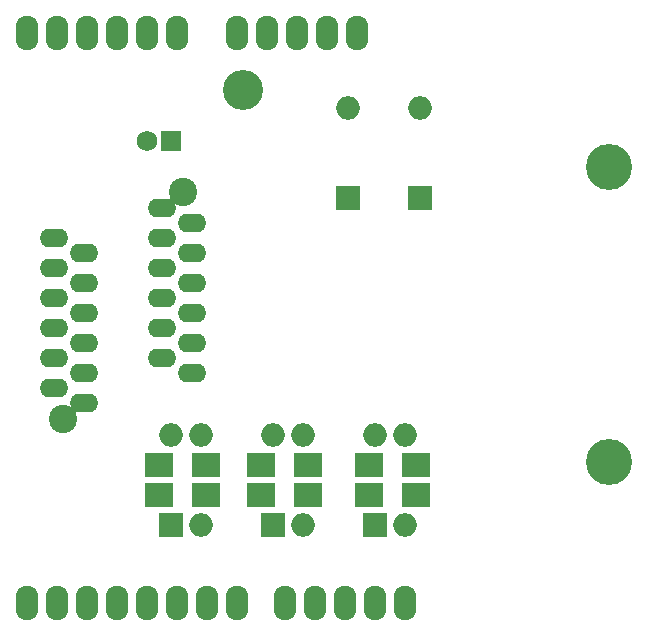
<source format=gbr>
G04 #@! TF.FileFunction,Soldermask,Bot*
%FSLAX46Y46*%
G04 Gerber Fmt 4.6, Leading zero omitted, Abs format (unit mm)*
G04 Created by KiCad (PCBNEW 4.0.5) date 01/31/17 23:14:55*
%MOMM*%
%LPD*%
G01*
G04 APERTURE LIST*
%ADD10C,0.100000*%
%ADD11O,2.400000X1.600000*%
%ADD12C,2.400000*%
%ADD13R,1.750000X1.750000*%
%ADD14C,1.750000*%
%ADD15C,3.400000*%
%ADD16R,2.000000X2.000000*%
%ADD17O,2.000000X2.000000*%
%ADD18R,2.400000X2.100000*%
%ADD19C,3.900000*%
%ADD20O,1.924000X2.940000*%
G04 APERTURE END LIST*
D10*
D11*
X159258000Y-97663000D03*
X161798000Y-98933000D03*
X159258000Y-100203000D03*
X161798000Y-101473000D03*
X159258000Y-102743000D03*
X161798000Y-104013000D03*
X159258000Y-105283000D03*
X161798000Y-106553000D03*
X159258000Y-107823000D03*
X161798000Y-109093000D03*
X159258000Y-110363000D03*
X161798000Y-111633000D03*
D12*
X161028000Y-96298000D03*
D13*
X160020000Y-91948000D03*
D14*
X158020000Y-91948000D03*
D15*
X166116000Y-87630000D03*
D16*
X168656000Y-124460000D03*
D17*
X171196000Y-116840000D03*
X171196000Y-124460000D03*
X168656000Y-116840000D03*
D16*
X181102000Y-96774000D03*
D17*
X181102000Y-89154000D03*
D16*
X160020000Y-124460000D03*
D17*
X162560000Y-116840000D03*
X162560000Y-124460000D03*
X160020000Y-116840000D03*
D16*
X177292000Y-124460000D03*
D17*
X179832000Y-116840000D03*
X179832000Y-124460000D03*
X177292000Y-116840000D03*
D16*
X175006000Y-96774000D03*
D17*
X175006000Y-89154000D03*
D18*
X176816000Y-121920000D03*
X180816000Y-121920000D03*
X167672000Y-119380000D03*
X171672000Y-119380000D03*
X167672000Y-121920000D03*
X171672000Y-121920000D03*
X159036000Y-119380000D03*
X163036000Y-119380000D03*
X159036000Y-121920000D03*
X163036000Y-121920000D03*
X176816000Y-119380000D03*
X180816000Y-119380000D03*
D11*
X152654000Y-114173000D03*
X150114000Y-112903000D03*
X152654000Y-111633000D03*
X150114000Y-110363000D03*
X152654000Y-109093000D03*
X150114000Y-107823000D03*
X152654000Y-106553000D03*
X150114000Y-105283000D03*
X152654000Y-104013000D03*
X150114000Y-102743000D03*
X152654000Y-101473000D03*
X150114000Y-100203000D03*
D12*
X150884000Y-115538000D03*
D19*
X197104000Y-94180000D03*
X197104000Y-119180000D03*
D20*
X147828000Y-82804000D03*
X150368000Y-82804000D03*
X152908000Y-82804000D03*
X160528000Y-82804000D03*
X157988000Y-82804000D03*
X155448000Y-82804000D03*
X165608000Y-82804000D03*
X168148000Y-82804000D03*
X170688000Y-82804000D03*
X175768000Y-82804000D03*
X147828000Y-131064000D03*
X150368000Y-131064000D03*
X152908000Y-131064000D03*
X155448000Y-131064000D03*
X157988000Y-131064000D03*
X160528000Y-131064000D03*
X163068000Y-131064000D03*
X165608000Y-131064000D03*
X169672000Y-131064000D03*
X172212000Y-131064000D03*
X174752000Y-131064000D03*
X177292000Y-131064000D03*
X179832000Y-131064000D03*
X173228000Y-82804000D03*
M02*

</source>
